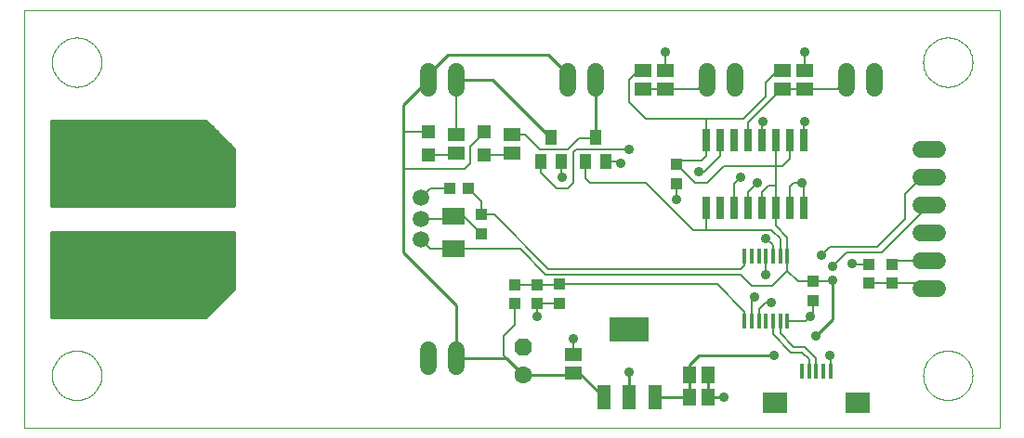
<source format=gtl>
G75*
%MOIN*%
%OFA0B0*%
%FSLAX24Y24*%
%IPPOS*%
%LPD*%
%AMOC8*
5,1,8,0,0,1.08239X$1,22.5*
%
%ADD10C,0.0000*%
%ADD11R,0.0177X0.0571*%
%ADD12R,0.0260X0.0800*%
%ADD13C,0.0600*%
%ADD14R,0.0591X0.0512*%
%ADD15R,0.0394X0.0551*%
%ADD16R,0.0480X0.0880*%
%ADD17R,0.1417X0.0866*%
%ADD18OC8,0.0630*%
%ADD19C,0.0630*%
%ADD20R,0.0512X0.0591*%
%ADD21C,0.2756*%
%ADD22C,0.0591*%
%ADD23R,0.0787X0.0591*%
%ADD24R,0.0394X0.0433*%
%ADD25R,0.0425X0.0413*%
%ADD26R,0.0433X0.0394*%
%ADD27R,0.0157X0.0551*%
%ADD28R,0.0906X0.0748*%
%ADD29C,0.0705*%
%ADD30R,0.0472X0.0472*%
%ADD31C,0.0080*%
%ADD32C,0.0100*%
%ADD33C,0.0357*%
%ADD34C,0.0160*%
D10*
X000100Y000680D02*
X000100Y015680D01*
X035100Y015680D01*
X035100Y000680D01*
X000100Y000680D01*
X001090Y002555D02*
X001092Y002614D01*
X001098Y002673D01*
X001108Y002731D01*
X001121Y002789D01*
X001139Y002845D01*
X001160Y002900D01*
X001185Y002954D01*
X001214Y003006D01*
X001245Y003056D01*
X001280Y003103D01*
X001319Y003149D01*
X001360Y003191D01*
X001404Y003231D01*
X001450Y003267D01*
X001499Y003301D01*
X001550Y003331D01*
X001602Y003358D01*
X001657Y003381D01*
X001713Y003400D01*
X001770Y003416D01*
X001828Y003428D01*
X001886Y003436D01*
X001945Y003440D01*
X002005Y003440D01*
X002064Y003436D01*
X002122Y003428D01*
X002180Y003416D01*
X002237Y003400D01*
X002293Y003381D01*
X002348Y003358D01*
X002400Y003331D01*
X002451Y003301D01*
X002500Y003267D01*
X002546Y003231D01*
X002590Y003191D01*
X002631Y003149D01*
X002670Y003103D01*
X002705Y003056D01*
X002736Y003006D01*
X002765Y002954D01*
X002790Y002900D01*
X002811Y002845D01*
X002829Y002789D01*
X002842Y002731D01*
X002852Y002673D01*
X002858Y002614D01*
X002860Y002555D01*
X002858Y002496D01*
X002852Y002437D01*
X002842Y002379D01*
X002829Y002321D01*
X002811Y002265D01*
X002790Y002210D01*
X002765Y002156D01*
X002736Y002104D01*
X002705Y002054D01*
X002670Y002007D01*
X002631Y001961D01*
X002590Y001919D01*
X002546Y001879D01*
X002500Y001843D01*
X002451Y001809D01*
X002400Y001779D01*
X002348Y001752D01*
X002293Y001729D01*
X002237Y001710D01*
X002180Y001694D01*
X002122Y001682D01*
X002064Y001674D01*
X002005Y001670D01*
X001945Y001670D01*
X001886Y001674D01*
X001828Y001682D01*
X001770Y001694D01*
X001713Y001710D01*
X001657Y001729D01*
X001602Y001752D01*
X001550Y001779D01*
X001499Y001809D01*
X001450Y001843D01*
X001404Y001879D01*
X001360Y001919D01*
X001319Y001961D01*
X001280Y002007D01*
X001245Y002054D01*
X001214Y002104D01*
X001185Y002156D01*
X001160Y002210D01*
X001139Y002265D01*
X001121Y002321D01*
X001108Y002379D01*
X001098Y002437D01*
X001092Y002496D01*
X001090Y002555D01*
X001090Y013805D02*
X001092Y013864D01*
X001098Y013923D01*
X001108Y013981D01*
X001121Y014039D01*
X001139Y014095D01*
X001160Y014150D01*
X001185Y014204D01*
X001214Y014256D01*
X001245Y014306D01*
X001280Y014353D01*
X001319Y014399D01*
X001360Y014441D01*
X001404Y014481D01*
X001450Y014517D01*
X001499Y014551D01*
X001550Y014581D01*
X001602Y014608D01*
X001657Y014631D01*
X001713Y014650D01*
X001770Y014666D01*
X001828Y014678D01*
X001886Y014686D01*
X001945Y014690D01*
X002005Y014690D01*
X002064Y014686D01*
X002122Y014678D01*
X002180Y014666D01*
X002237Y014650D01*
X002293Y014631D01*
X002348Y014608D01*
X002400Y014581D01*
X002451Y014551D01*
X002500Y014517D01*
X002546Y014481D01*
X002590Y014441D01*
X002631Y014399D01*
X002670Y014353D01*
X002705Y014306D01*
X002736Y014256D01*
X002765Y014204D01*
X002790Y014150D01*
X002811Y014095D01*
X002829Y014039D01*
X002842Y013981D01*
X002852Y013923D01*
X002858Y013864D01*
X002860Y013805D01*
X002858Y013746D01*
X002852Y013687D01*
X002842Y013629D01*
X002829Y013571D01*
X002811Y013515D01*
X002790Y013460D01*
X002765Y013406D01*
X002736Y013354D01*
X002705Y013304D01*
X002670Y013257D01*
X002631Y013211D01*
X002590Y013169D01*
X002546Y013129D01*
X002500Y013093D01*
X002451Y013059D01*
X002400Y013029D01*
X002348Y013002D01*
X002293Y012979D01*
X002237Y012960D01*
X002180Y012944D01*
X002122Y012932D01*
X002064Y012924D01*
X002005Y012920D01*
X001945Y012920D01*
X001886Y012924D01*
X001828Y012932D01*
X001770Y012944D01*
X001713Y012960D01*
X001657Y012979D01*
X001602Y013002D01*
X001550Y013029D01*
X001499Y013059D01*
X001450Y013093D01*
X001404Y013129D01*
X001360Y013169D01*
X001319Y013211D01*
X001280Y013257D01*
X001245Y013304D01*
X001214Y013354D01*
X001185Y013406D01*
X001160Y013460D01*
X001139Y013515D01*
X001121Y013571D01*
X001108Y013629D01*
X001098Y013687D01*
X001092Y013746D01*
X001090Y013805D01*
X032340Y013805D02*
X032342Y013864D01*
X032348Y013923D01*
X032358Y013981D01*
X032371Y014039D01*
X032389Y014095D01*
X032410Y014150D01*
X032435Y014204D01*
X032464Y014256D01*
X032495Y014306D01*
X032530Y014353D01*
X032569Y014399D01*
X032610Y014441D01*
X032654Y014481D01*
X032700Y014517D01*
X032749Y014551D01*
X032800Y014581D01*
X032852Y014608D01*
X032907Y014631D01*
X032963Y014650D01*
X033020Y014666D01*
X033078Y014678D01*
X033136Y014686D01*
X033195Y014690D01*
X033255Y014690D01*
X033314Y014686D01*
X033372Y014678D01*
X033430Y014666D01*
X033487Y014650D01*
X033543Y014631D01*
X033598Y014608D01*
X033650Y014581D01*
X033701Y014551D01*
X033750Y014517D01*
X033796Y014481D01*
X033840Y014441D01*
X033881Y014399D01*
X033920Y014353D01*
X033955Y014306D01*
X033986Y014256D01*
X034015Y014204D01*
X034040Y014150D01*
X034061Y014095D01*
X034079Y014039D01*
X034092Y013981D01*
X034102Y013923D01*
X034108Y013864D01*
X034110Y013805D01*
X034108Y013746D01*
X034102Y013687D01*
X034092Y013629D01*
X034079Y013571D01*
X034061Y013515D01*
X034040Y013460D01*
X034015Y013406D01*
X033986Y013354D01*
X033955Y013304D01*
X033920Y013257D01*
X033881Y013211D01*
X033840Y013169D01*
X033796Y013129D01*
X033750Y013093D01*
X033701Y013059D01*
X033650Y013029D01*
X033598Y013002D01*
X033543Y012979D01*
X033487Y012960D01*
X033430Y012944D01*
X033372Y012932D01*
X033314Y012924D01*
X033255Y012920D01*
X033195Y012920D01*
X033136Y012924D01*
X033078Y012932D01*
X033020Y012944D01*
X032963Y012960D01*
X032907Y012979D01*
X032852Y013002D01*
X032800Y013029D01*
X032749Y013059D01*
X032700Y013093D01*
X032654Y013129D01*
X032610Y013169D01*
X032569Y013211D01*
X032530Y013257D01*
X032495Y013304D01*
X032464Y013354D01*
X032435Y013406D01*
X032410Y013460D01*
X032389Y013515D01*
X032371Y013571D01*
X032358Y013629D01*
X032348Y013687D01*
X032342Y013746D01*
X032340Y013805D01*
X032340Y002555D02*
X032342Y002614D01*
X032348Y002673D01*
X032358Y002731D01*
X032371Y002789D01*
X032389Y002845D01*
X032410Y002900D01*
X032435Y002954D01*
X032464Y003006D01*
X032495Y003056D01*
X032530Y003103D01*
X032569Y003149D01*
X032610Y003191D01*
X032654Y003231D01*
X032700Y003267D01*
X032749Y003301D01*
X032800Y003331D01*
X032852Y003358D01*
X032907Y003381D01*
X032963Y003400D01*
X033020Y003416D01*
X033078Y003428D01*
X033136Y003436D01*
X033195Y003440D01*
X033255Y003440D01*
X033314Y003436D01*
X033372Y003428D01*
X033430Y003416D01*
X033487Y003400D01*
X033543Y003381D01*
X033598Y003358D01*
X033650Y003331D01*
X033701Y003301D01*
X033750Y003267D01*
X033796Y003231D01*
X033840Y003191D01*
X033881Y003149D01*
X033920Y003103D01*
X033955Y003056D01*
X033986Y003006D01*
X034015Y002954D01*
X034040Y002900D01*
X034061Y002845D01*
X034079Y002789D01*
X034092Y002731D01*
X034102Y002673D01*
X034108Y002614D01*
X034110Y002555D01*
X034108Y002496D01*
X034102Y002437D01*
X034092Y002379D01*
X034079Y002321D01*
X034061Y002265D01*
X034040Y002210D01*
X034015Y002156D01*
X033986Y002104D01*
X033955Y002054D01*
X033920Y002007D01*
X033881Y001961D01*
X033840Y001919D01*
X033796Y001879D01*
X033750Y001843D01*
X033701Y001809D01*
X033650Y001779D01*
X033598Y001752D01*
X033543Y001729D01*
X033487Y001710D01*
X033430Y001694D01*
X033372Y001682D01*
X033314Y001674D01*
X033255Y001670D01*
X033195Y001670D01*
X033136Y001674D01*
X033078Y001682D01*
X033020Y001694D01*
X032963Y001710D01*
X032907Y001729D01*
X032852Y001752D01*
X032800Y001779D01*
X032749Y001809D01*
X032700Y001843D01*
X032654Y001879D01*
X032610Y001919D01*
X032569Y001961D01*
X032530Y002007D01*
X032495Y002054D01*
X032464Y002104D01*
X032435Y002156D01*
X032410Y002210D01*
X032389Y002265D01*
X032371Y002321D01*
X032358Y002379D01*
X032348Y002437D01*
X032342Y002496D01*
X032340Y002555D01*
D11*
X027468Y004519D03*
X027212Y004519D03*
X026956Y004519D03*
X026700Y004519D03*
X026444Y004519D03*
X026188Y004519D03*
X025932Y004519D03*
X025932Y006841D03*
X026188Y006841D03*
X026444Y006841D03*
X026700Y006841D03*
X026956Y006841D03*
X027212Y006841D03*
X027468Y006841D03*
D12*
X027550Y008570D03*
X027050Y008570D03*
X026550Y008570D03*
X026050Y008570D03*
X025550Y008570D03*
X025050Y008570D03*
X024550Y008570D03*
X028050Y008570D03*
X028050Y010990D03*
X027550Y010990D03*
X027050Y010990D03*
X026550Y010990D03*
X026050Y010990D03*
X025550Y010990D03*
X025050Y010990D03*
X024550Y010990D03*
D13*
X024600Y012880D02*
X024600Y013480D01*
X025600Y013480D02*
X025600Y012880D01*
X029600Y012880D02*
X029600Y013480D01*
X030600Y013480D02*
X030600Y012880D01*
X032260Y010687D02*
X032860Y010687D01*
X032860Y009687D02*
X032260Y009687D01*
X032260Y008687D02*
X032860Y008687D01*
X032860Y007687D02*
X032260Y007687D01*
X032260Y006687D02*
X032860Y006687D01*
X032860Y005687D02*
X032260Y005687D01*
X020600Y012880D02*
X020600Y013480D01*
X019600Y013480D02*
X019600Y012880D01*
X015600Y012880D02*
X015600Y013480D01*
X014600Y013480D02*
X014600Y012880D01*
X014600Y003480D02*
X014600Y002880D01*
X015600Y002880D02*
X015600Y003480D01*
D14*
X019800Y003315D03*
X019800Y002645D03*
X017600Y010545D03*
X017600Y011215D03*
X015600Y011215D03*
X015600Y010545D03*
X022300Y012845D03*
X023100Y012845D03*
X023100Y013515D03*
X022300Y013515D03*
X027300Y013515D03*
X028100Y013515D03*
X028100Y012845D03*
X027300Y012845D03*
D15*
X020974Y010247D03*
X020226Y010247D03*
X019374Y010247D03*
X018626Y010247D03*
X019000Y011113D03*
X020600Y011113D03*
D16*
X020890Y001760D03*
X021800Y001760D03*
X022710Y001760D03*
D17*
X021800Y004200D03*
D18*
X018000Y003580D03*
D19*
X018000Y002580D03*
D20*
X023965Y002580D03*
X024635Y002580D03*
X024635Y001780D03*
X023965Y001780D03*
D21*
X005887Y006211D03*
X005887Y010149D03*
D22*
X014313Y008932D03*
X014313Y008180D03*
X014313Y007428D03*
D23*
X015500Y007089D03*
X015500Y008271D03*
D24*
X015365Y009280D03*
X016035Y009280D03*
D25*
X016500Y008324D03*
X016500Y007636D03*
X019300Y005824D03*
X019300Y005136D03*
X023500Y009436D03*
X023500Y010124D03*
X028400Y005924D03*
X028400Y005236D03*
D26*
X030396Y005880D03*
X031213Y005880D03*
X031213Y006549D03*
X030396Y006549D03*
X018500Y005815D03*
X017700Y005815D03*
X017700Y005145D03*
X018500Y005145D03*
D27*
X027988Y002702D03*
X028244Y002702D03*
X028500Y002702D03*
X028756Y002702D03*
X029012Y002702D03*
D28*
X029976Y001580D03*
X027024Y001580D03*
D29*
X002453Y005227D02*
X001748Y005227D01*
X001748Y007196D02*
X002453Y007196D01*
X002453Y009164D02*
X001748Y009164D01*
X001748Y011133D02*
X002453Y011133D01*
D30*
X014600Y011293D03*
X014600Y010467D03*
X016600Y010467D03*
X016600Y011293D03*
D31*
X016600Y011280D01*
X016100Y010780D01*
X016100Y010180D01*
X015900Y009980D01*
X013700Y009980D01*
X014600Y010467D02*
X015600Y010467D01*
X015600Y010545D01*
X016600Y010467D02*
X017521Y010467D01*
X017600Y010545D01*
X018065Y011215D02*
X018600Y010680D01*
X019600Y010680D01*
X020000Y011080D01*
X020567Y011080D01*
X020600Y011113D01*
X019900Y010680D02*
X021800Y010680D01*
X021433Y010247D02*
X020974Y010247D01*
X021433Y010247D02*
X021500Y010180D01*
X020226Y010247D02*
X020226Y009654D01*
X020400Y009480D01*
X022400Y009480D01*
X024100Y007780D01*
X024600Y007780D01*
X024550Y007830D01*
X024550Y008570D01*
X025550Y008570D02*
X025550Y009430D01*
X025800Y009680D01*
X026050Y009130D02*
X026400Y009480D01*
X026550Y009130D02*
X026800Y009380D01*
X027050Y009380D01*
X027050Y010080D01*
X025200Y010080D01*
X024600Y009480D01*
X024144Y009480D01*
X023500Y010124D01*
X023600Y010280D02*
X024400Y010280D01*
X024550Y010430D01*
X024550Y010990D01*
X024550Y011730D01*
X024500Y011780D01*
X025900Y011780D01*
X026700Y012580D01*
X026700Y013080D01*
X027135Y013515D01*
X027300Y013515D01*
X028100Y013515D02*
X028100Y014180D01*
X029265Y012845D02*
X029600Y013180D01*
X029265Y012845D02*
X028100Y012845D01*
X027300Y012845D01*
X027265Y012845D01*
X026050Y011630D01*
X026050Y010990D01*
X026550Y010990D02*
X026550Y011630D01*
X026600Y011680D01*
X027050Y010990D02*
X027050Y010080D01*
X027300Y010080D01*
X027550Y010330D01*
X027550Y010990D01*
X028050Y010990D02*
X028050Y011630D01*
X028100Y011680D01*
X025050Y010990D02*
X025050Y010430D01*
X024500Y009880D01*
X024300Y009880D01*
X023500Y009436D02*
X023500Y008880D01*
X024600Y007780D02*
X026900Y007780D01*
X027212Y007468D01*
X027212Y006841D01*
X027468Y006841D02*
X027468Y007512D01*
X027050Y007930D01*
X027050Y008570D01*
X027050Y009380D01*
X027550Y009330D02*
X027700Y009480D01*
X028000Y009480D01*
X028050Y009430D01*
X028050Y008570D01*
X027550Y008570D02*
X027550Y009330D01*
X026550Y009130D02*
X026550Y008570D01*
X026050Y008570D02*
X026050Y009130D01*
X026700Y007480D02*
X026956Y007224D01*
X026956Y006841D01*
X026700Y006841D02*
X026700Y006180D01*
X026935Y005780D02*
X026200Y005780D01*
X025800Y006180D01*
X018800Y006180D01*
X017891Y007089D01*
X015500Y007089D01*
X014651Y007089D01*
X014313Y007428D01*
X014313Y008180D02*
X015409Y008180D01*
X015500Y008271D01*
X015865Y008271D01*
X016500Y007636D01*
X016500Y008324D02*
X016500Y008815D01*
X016035Y009280D01*
X015365Y009280D02*
X014661Y009280D01*
X014313Y008932D01*
X016500Y008324D02*
X016956Y008324D01*
X018900Y006380D01*
X025800Y006380D01*
X025932Y006512D01*
X025932Y006841D01*
X026935Y005780D02*
X027468Y006312D01*
X027468Y006841D01*
X027468Y006312D02*
X027856Y005924D01*
X028400Y005924D01*
X029056Y005924D01*
X029100Y005980D01*
X029100Y006480D02*
X029600Y006980D01*
X030853Y006980D01*
X032560Y008687D01*
X031700Y009080D02*
X031700Y008180D01*
X030700Y007180D01*
X029000Y007180D01*
X028700Y006880D01*
X029800Y006580D02*
X029831Y006549D01*
X030396Y006549D01*
X031213Y006549D02*
X031213Y006687D01*
X032560Y006687D01*
X032367Y005880D02*
X031213Y005880D01*
X030396Y005880D01*
X028400Y005236D02*
X028400Y004780D01*
X028300Y004680D01*
X028139Y004519D01*
X027468Y004519D01*
X027212Y004519D02*
X027212Y004068D01*
X027700Y003580D01*
X028100Y003580D01*
X028500Y003180D01*
X028500Y002702D01*
X028244Y002702D02*
X028244Y003136D01*
X028000Y003380D01*
X027600Y003380D01*
X026956Y004024D01*
X026956Y004519D01*
X026444Y004519D02*
X026444Y004924D01*
X026700Y005180D01*
X026900Y005180D01*
X026300Y005380D02*
X026188Y005268D01*
X026188Y004519D01*
X025932Y004519D02*
X025932Y004848D01*
X024956Y005824D01*
X019300Y005824D01*
X019290Y005815D01*
X018500Y005815D01*
X017700Y005815D01*
X017700Y005145D02*
X017700Y004380D01*
X017300Y003980D01*
X017300Y003280D01*
X018000Y002580D01*
X019800Y003315D02*
X019800Y003880D01*
X018500Y004680D02*
X018500Y005145D01*
X019290Y005145D01*
X019300Y005136D01*
X019200Y009280D02*
X019600Y009280D01*
X019800Y009480D01*
X019800Y010580D01*
X019900Y010680D01*
X019374Y010247D02*
X019374Y009706D01*
X019400Y009680D01*
X019200Y009280D02*
X018626Y009854D01*
X018626Y010247D01*
X018626Y010306D01*
X018065Y011215D02*
X017600Y011215D01*
X015600Y011215D02*
X015600Y013180D01*
X014600Y011293D02*
X013700Y011293D01*
X013700Y011380D01*
X021800Y012380D02*
X022400Y011780D01*
X024500Y011780D01*
X024265Y012845D02*
X023100Y012845D01*
X022300Y012845D01*
X021800Y013180D02*
X021800Y012380D01*
X021800Y013180D02*
X022135Y013515D01*
X022300Y013515D01*
X023100Y013515D02*
X023100Y014180D01*
X024265Y012845D02*
X024600Y013180D01*
X031700Y009080D02*
X032307Y009687D01*
X032560Y009687D01*
X032367Y005880D02*
X032560Y005687D01*
X029012Y003268D02*
X029000Y003280D01*
X029012Y003268D02*
X029012Y002702D01*
D32*
X027000Y003280D02*
X024300Y003280D01*
X023965Y002945D01*
X023965Y002580D01*
X023965Y001780D01*
X023945Y001760D01*
X022710Y001760D01*
X021800Y001760D02*
X021800Y002680D01*
X020890Y001760D02*
X020005Y002645D01*
X019800Y002645D01*
X019735Y002580D01*
X018000Y002580D01*
X017400Y003180D01*
X015600Y003180D01*
X015600Y005080D01*
X013700Y006980D01*
X013700Y009980D01*
X013700Y011380D01*
X013700Y012280D01*
X014600Y013180D01*
X014600Y013380D01*
X015300Y014080D01*
X018900Y014080D01*
X019600Y013380D01*
X019600Y013180D01*
X020600Y013180D02*
X020600Y011113D01*
X018967Y011113D02*
X016900Y013180D01*
X015600Y013180D01*
X023500Y010180D02*
X023500Y010124D01*
X023500Y010180D02*
X023600Y010280D01*
X029100Y005980D02*
X029100Y004580D01*
X028500Y003980D01*
X024635Y002580D02*
X024635Y001780D01*
X025200Y001780D01*
D33*
X025200Y001780D03*
X027000Y003280D03*
X028500Y003980D03*
X028300Y004680D03*
X026900Y005180D03*
X026300Y005380D03*
X026700Y006180D03*
X028700Y006880D03*
X029100Y006480D03*
X029800Y006580D03*
X029100Y005980D03*
X026700Y007480D03*
X023500Y008880D03*
X024300Y009880D03*
X025800Y009680D03*
X026400Y009480D03*
X028000Y009480D03*
X028100Y011680D03*
X026600Y011680D03*
X021800Y010680D03*
X021500Y010180D03*
X019400Y009680D03*
X023100Y014180D03*
X028100Y014180D03*
X018500Y004680D03*
X019800Y003880D03*
X021800Y002680D03*
X029000Y003280D03*
D34*
X019000Y011113D02*
X018967Y011113D01*
X007600Y010680D02*
X007600Y008680D01*
X001100Y008680D01*
X001100Y011680D01*
X006600Y011680D01*
X007600Y010680D01*
X007600Y010666D02*
X001100Y010666D01*
X001100Y010824D02*
X007456Y010824D01*
X007297Y010983D02*
X001100Y010983D01*
X001100Y011141D02*
X007139Y011141D01*
X006980Y011300D02*
X001100Y011300D01*
X001100Y011458D02*
X006822Y011458D01*
X006663Y011617D02*
X001100Y011617D01*
X001100Y010507D02*
X007600Y010507D01*
X007600Y010349D02*
X001100Y010349D01*
X001100Y010190D02*
X007600Y010190D01*
X007600Y010032D02*
X001100Y010032D01*
X001100Y009873D02*
X007600Y009873D01*
X007600Y009715D02*
X001100Y009715D01*
X001100Y009556D02*
X007600Y009556D01*
X007600Y009398D02*
X001100Y009398D01*
X001100Y009239D02*
X007600Y009239D01*
X007600Y009081D02*
X001100Y009081D01*
X001100Y008922D02*
X007600Y008922D01*
X007600Y008764D02*
X001100Y008764D01*
X001100Y007680D02*
X007600Y007680D01*
X007600Y005680D01*
X006600Y004680D01*
X001100Y004680D01*
X001100Y007680D01*
X001100Y007654D02*
X007600Y007654D01*
X007600Y007496D02*
X001100Y007496D01*
X001100Y007337D02*
X007600Y007337D01*
X007600Y007179D02*
X001100Y007179D01*
X001100Y007020D02*
X007600Y007020D01*
X007600Y006862D02*
X001100Y006862D01*
X001100Y006703D02*
X007600Y006703D01*
X007600Y006545D02*
X001100Y006545D01*
X001100Y006386D02*
X007600Y006386D01*
X007600Y006228D02*
X001100Y006228D01*
X001100Y006069D02*
X007600Y006069D01*
X007600Y005911D02*
X001100Y005911D01*
X001100Y005752D02*
X007600Y005752D01*
X007514Y005594D02*
X001100Y005594D01*
X001100Y005435D02*
X007355Y005435D01*
X007197Y005277D02*
X001100Y005277D01*
X001100Y005118D02*
X007038Y005118D01*
X006880Y004960D02*
X001100Y004960D01*
X001100Y004801D02*
X006721Y004801D01*
M02*

</source>
